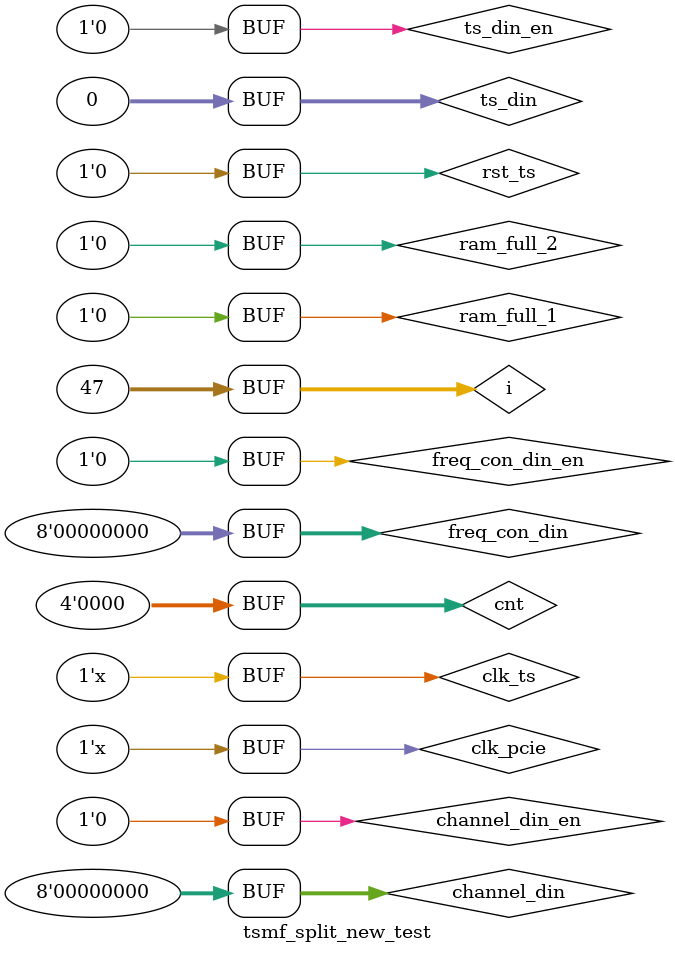
<source format=v>
`timescale 1ns / 1ps


module tsmf_split_new_test;

	// Inputs
	reg clk_ts;
	reg rst_ts;
	reg [31:0] ts_din;
	reg ts_din_en;
	reg [7:0] freq_con_din;
	reg freq_con_din_en;
	reg [7:0] channel_din;
	reg channel_din_en;
	reg clk_pcie;
	reg	ram_full_1;
	reg	ram_full_2;
	wire	ts_ram_wr;
	wire	[31:0]ts_ram_wdata;

	// Instantiate the Unit Under Test (UUT)
	tsmf_split_new uut (
		.clk_ts(clk_ts), 
		.rst_ts(rst_ts), 
		.ts_din(ts_din), 
		.ts_din_en(ts_din_en), 
		.freq_con_din(freq_con_din), 
		.freq_con_din_en(freq_con_din_en), 
		.channel_din(channel_din), 
		.channel_din_en(channel_din_en), 
		.clk_pcie(clk_pcie),
		.ram_full_1(ram_full_1), 
    .ram_full_2(ram_full_2), 
    .ts_ram_wr(ts_ram_wr), 
    .ts_ram_wdata(ts_ram_wdata)
	);

reg[31:0]i;

  reg[3:0]cnt=0;

	initial begin
		// Initialize Inputs
		clk_ts = 0;
		rst_ts = 0;
		ts_din = 0;
		ts_din_en = 0;
		freq_con_din = 0;
		freq_con_din_en = 0;
		channel_din = 0;
		channel_din_en = 0;
		clk_pcie = 0;
		
		ram_full_1=0;
		ram_full_2=0;
		
		#2 rst_ts=1;
		// Wait 100 ns for global reset to finish
		#100;
		
		#10 rst_ts=0;
    
    
    #10 freq_con_din_en=1;
		freq_con_din=00;
		#10 freq_con_din=00;
		#10 freq_con_din=1;
		#10 freq_con_din=0;
		#10 freq_con_din=8;
		#10 freq_con_din=1;
		#10 freq_con_din=0;
		#10 freq_con_din=1;
		#10 freq_con_din=0;
		#10 freq_con_din=0;
		#10 freq_con_din=0;
		#10 freq_con_din=0;
		#10 freq_con_din=0;
		#10 freq_con_din=0;
		#10 freq_con_din=0;
		#10 freq_con_din=0;
		#10 freq_con_din=0;
		#10 freq_con_din=0;
		#10 freq_con_din=0;
		#10 freq_con_din=0;
		#10 freq_con_din=0;
		#10 freq_con_din=0;
		#10 freq_con_din=0;
		#10 freq_con_din=1;
		#10 freq_con_din=0;
		#10 freq_con_din=3;
		#10 freq_con_din_en=0;
		
		#200;
		
		
		#500;
		
		ts_send();
		cnt=cnt+1;
		#500;
		
		ts_send();
		cnt=cnt+1;
		#500;
		
		ts_send();
		cnt=cnt+1;
		#500;
		
		ts_send();
		cnt=cnt+1;
		#500;
		
		ts_send();
		cnt=cnt+1;
		#500;
		
		ts_send();
		cnt=cnt+1;
		#500;
		
		ts_send();
			#500;
		
		ts_send();
		cnt=cnt+1;
		#500;
		
		ts_send();
		cnt=cnt+1;
		#500;
		
		ts_send();
		cnt=cnt+1;
		#500;
		
		ts_send();
		cnt=cnt+1;
		#500;
		
		ts_send();
			#500;
		
		ts_send();
		cnt=cnt+1;
		#500;
		
		ts_send();
		cnt=cnt+1;
		#500;
		
    
    
    
    #500;
		
		ts_send();
		cnt=cnt+1;
		#500;
		
		ts_send();
		cnt=cnt+1;
		#500;
		
		ts_send();
		cnt=cnt+1;
		#500;
		
		
		
		#10 freq_con_din_en=1;
		freq_con_din=00;
		#10 freq_con_din=00;
		#10 freq_con_din=0;
		#10 freq_con_din=0;
		#10 freq_con_din=0;
		#10 freq_con_din=1;
		#10 freq_con_din=0;
		#10 freq_con_din=1;
		#10 freq_con_din=0;
		#10 freq_con_din=0;
		#10 freq_con_din=0;
		#10 freq_con_din=0;
		#10 freq_con_din=0;
		#10 freq_con_din=0;
		#10 freq_con_din=1;
		#10 freq_con_din=0;
		#10 freq_con_din=4;
		#10 freq_con_din=0;
		#10 freq_con_din=0;
		#10 freq_con_din=0;
		#10 freq_con_din=0;
		#10 freq_con_din=0;
		#10 freq_con_din=0;
		#10 freq_con_din=0;
		#10 freq_con_din=0;
		#10 freq_con_din=0;
		#10 freq_con_din_en=0;
		
		#500;
		
		ts_send();
		cnt=cnt+1;
		#500;
		
		ts_send();
		cnt=cnt+1;
		#500;
		
		ts_send();
		cnt=cnt+1;
		#500;
		
		
		ts_send();
			#500;
		
		ts_send();
		cnt=cnt+1;
		#500;
		
		ts_send();
		cnt=cnt+1;
		#500;
		
		ts_send();
		cnt=cnt+1;
		#500;
		
		ts_send();
		cnt=cnt+1;
		#500;
		
		ts_send();
			#500;
		
		ts_send();
		cnt=cnt+1;
		#500;
		
		ts_send();
		cnt=cnt+1;
		#500;
		
        
		// Add stimulus here

	end
	
	always # 5 clk_ts=!clk_ts;
	always # 3	clk_pcie	=~clk_pcie;
  
  task ts_send;
  begin
  
  #10 ts_din_en=1;
  ts_din=2;
  #10 ts_din={28'h4710010,cnt};
  
  for(i=1;i<47;i=i+1)
  #10 ts_din=i;
 	#10 ts_din_en=0;
 	ts_din=0;
 	
 	#100;
 	
 	
  	
  end
	endtask     
     
      
endmodule


</source>
